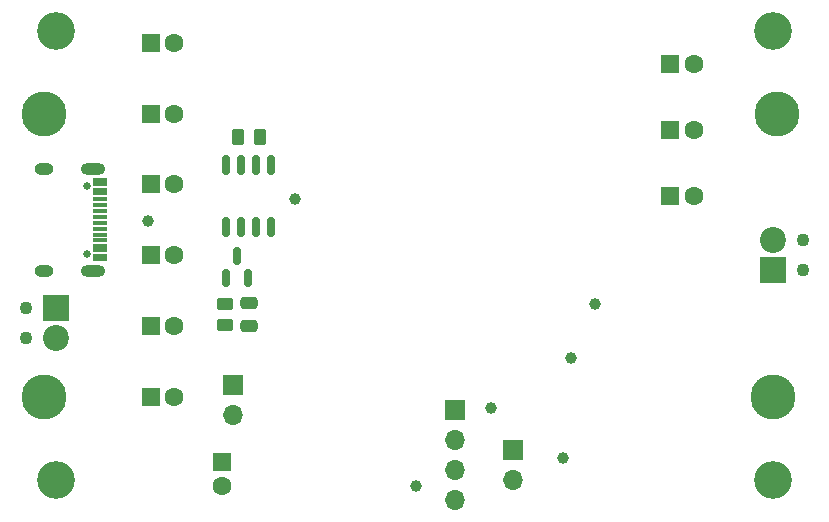
<source format=gbs>
%TF.GenerationSoftware,KiCad,Pcbnew,7.0.11-7.0.11~ubuntu22.04.1*%
%TF.CreationDate,2024-07-12T12:17:06+05:30*%
%TF.ProjectId,goodtorch,676f6f64-746f-4726-9368-2e6b69636164,rev?*%
%TF.SameCoordinates,Original*%
%TF.FileFunction,Soldermask,Bot*%
%TF.FilePolarity,Negative*%
%FSLAX46Y46*%
G04 Gerber Fmt 4.6, Leading zero omitted, Abs format (unit mm)*
G04 Created by KiCad (PCBNEW 7.0.11-7.0.11~ubuntu22.04.1) date 2024-07-12 12:17:06*
%MOMM*%
%LPD*%
G01*
G04 APERTURE LIST*
G04 Aperture macros list*
%AMRoundRect*
0 Rectangle with rounded corners*
0 $1 Rounding radius*
0 $2 $3 $4 $5 $6 $7 $8 $9 X,Y pos of 4 corners*
0 Add a 4 corners polygon primitive as box body*
4,1,4,$2,$3,$4,$5,$6,$7,$8,$9,$2,$3,0*
0 Add four circle primitives for the rounded corners*
1,1,$1+$1,$2,$3*
1,1,$1+$1,$4,$5*
1,1,$1+$1,$6,$7*
1,1,$1+$1,$8,$9*
0 Add four rect primitives between the rounded corners*
20,1,$1+$1,$2,$3,$4,$5,0*
20,1,$1+$1,$4,$5,$6,$7,0*
20,1,$1+$1,$6,$7,$8,$9,0*
20,1,$1+$1,$8,$9,$2,$3,0*%
G04 Aperture macros list end*
%ADD10C,3.200000*%
%ADD11R,1.600000X1.600000*%
%ADD12C,1.600000*%
%ADD13C,3.800000*%
%ADD14C,1.100000*%
%ADD15R,2.200000X2.200000*%
%ADD16C,2.200000*%
%ADD17R,1.700000X1.700000*%
%ADD18O,1.700000X1.700000*%
%ADD19RoundRect,0.150000X0.150000X-0.587500X0.150000X0.587500X-0.150000X0.587500X-0.150000X-0.587500X0*%
%ADD20RoundRect,0.250000X-0.475000X0.250000X-0.475000X-0.250000X0.475000X-0.250000X0.475000X0.250000X0*%
%ADD21C,1.000000*%
%ADD22C,0.650000*%
%ADD23R,1.150000X0.300000*%
%ADD24O,1.600000X1.000000*%
%ADD25O,2.100000X1.000000*%
%ADD26RoundRect,0.150000X-0.150000X0.675000X-0.150000X-0.675000X0.150000X-0.675000X0.150000X0.675000X0*%
%ADD27RoundRect,0.250000X0.262500X0.450000X-0.262500X0.450000X-0.262500X-0.450000X0.262500X-0.450000X0*%
%ADD28RoundRect,0.250000X-0.450000X0.262500X-0.450000X-0.262500X0.450000X-0.262500X0.450000X0.262500X0*%
G04 APERTURE END LIST*
D10*
%TO.C,H1*%
X89000000Y-47000000D03*
%TD*%
D11*
%TO.C,C22*%
X140955113Y-55400000D03*
D12*
X142955113Y-55400000D03*
%TD*%
D11*
%TO.C,C12*%
X97000000Y-54000000D03*
D12*
X99000000Y-54000000D03*
%TD*%
D13*
%TO.C,H5*%
X88000000Y-78000000D03*
%TD*%
D14*
%TO.C,J4*%
X152260000Y-67270000D03*
X152260000Y-64730000D03*
D15*
X149720000Y-67270000D03*
D16*
X149720000Y-64730000D03*
%TD*%
D14*
%TO.C,J3*%
X86460000Y-70460000D03*
X86460000Y-73000000D03*
D15*
X89000000Y-70460000D03*
D16*
X89000000Y-73000000D03*
%TD*%
D10*
%TO.C,H2*%
X89000000Y-85000000D03*
%TD*%
D11*
%TO.C,C4*%
X97000000Y-60000000D03*
D12*
X99000000Y-60000000D03*
%TD*%
D13*
%TO.C,H8*%
X149700000Y-78000000D03*
%TD*%
D10*
%TO.C,H3*%
X149700000Y-85000000D03*
%TD*%
D11*
%TO.C,C6*%
X103050000Y-83500000D03*
D12*
X103050000Y-85500000D03*
%TD*%
D11*
%TO.C,C8*%
X97000000Y-72000000D03*
D12*
X99000000Y-72000000D03*
%TD*%
D17*
%TO.C,J2*%
X127700000Y-82500000D03*
D18*
X127700000Y-85040000D03*
%TD*%
D17*
%TO.C,J1*%
X122800000Y-79060000D03*
D18*
X122800000Y-81600000D03*
X122800000Y-84140000D03*
X122800000Y-86680000D03*
%TD*%
D11*
%TO.C,C23*%
X140955113Y-61000000D03*
D12*
X142955113Y-61000000D03*
%TD*%
D10*
%TO.C,H4*%
X149700000Y-47000000D03*
%TD*%
D11*
%TO.C,C3*%
X97000000Y-66000000D03*
D12*
X99000000Y-66000000D03*
%TD*%
D11*
%TO.C,C10*%
X97000000Y-78000000D03*
D12*
X99000000Y-78000000D03*
%TD*%
D13*
%TO.C,H6*%
X88000000Y-54000000D03*
%TD*%
%TO.C,H7*%
X150000000Y-54000000D03*
%TD*%
D11*
%TO.C,C21*%
X140955113Y-49800000D03*
D12*
X142955113Y-49800000D03*
%TD*%
D11*
%TO.C,C5*%
X97000000Y-48000000D03*
D12*
X99000000Y-48000000D03*
%TD*%
D17*
%TO.C,J6*%
X104000000Y-77000000D03*
D18*
X104000000Y-79540000D03*
%TD*%
D19*
%TO.C,Q1*%
X105262500Y-67937500D03*
X103362500Y-67937500D03*
X104312500Y-66062500D03*
%TD*%
D20*
%TO.C,C15*%
X105312500Y-70050000D03*
X105312500Y-71950000D03*
%TD*%
D21*
%TO.C,TP3*%
X119500000Y-85500000D03*
%TD*%
D22*
%TO.C,J5*%
X91605000Y-65890000D03*
X91605000Y-60110000D03*
D23*
X92670000Y-66350000D03*
X92670000Y-65550000D03*
X92670000Y-64250000D03*
X92670000Y-63250000D03*
X92670000Y-62750000D03*
X92670000Y-61750000D03*
X92670000Y-60450000D03*
X92670000Y-59650000D03*
X92670000Y-59950000D03*
X92670000Y-60750000D03*
X92670000Y-61250000D03*
X92670000Y-62250000D03*
X92670000Y-63750000D03*
X92670000Y-64750000D03*
X92670000Y-65250000D03*
X92670000Y-66050000D03*
D24*
X87925000Y-67320000D03*
D25*
X92105000Y-67320000D03*
D24*
X87925000Y-58680000D03*
D25*
X92105000Y-58680000D03*
%TD*%
D21*
%TO.C,TP14*%
X134600000Y-70100000D03*
%TD*%
%TO.C,TP4*%
X132600000Y-74700000D03*
%TD*%
D26*
%TO.C,U2*%
X103407500Y-58375000D03*
X104677500Y-58375000D03*
X105947500Y-58375000D03*
X107217500Y-58375000D03*
X107217500Y-63625000D03*
X105947500Y-63625000D03*
X104677500Y-63625000D03*
X103407500Y-63625000D03*
%TD*%
D27*
%TO.C,R19*%
X106225000Y-56000000D03*
X104400000Y-56000000D03*
%TD*%
D21*
%TO.C,TP5*%
X125800000Y-78900000D03*
%TD*%
%TO.C,TP25*%
X96800000Y-63100000D03*
%TD*%
D28*
%TO.C,R11*%
X103312500Y-70087500D03*
X103312500Y-71912500D03*
%TD*%
D21*
%TO.C,TP6*%
X131900000Y-83200000D03*
%TD*%
%TO.C,TP27*%
X109200000Y-61200000D03*
%TD*%
M02*

</source>
